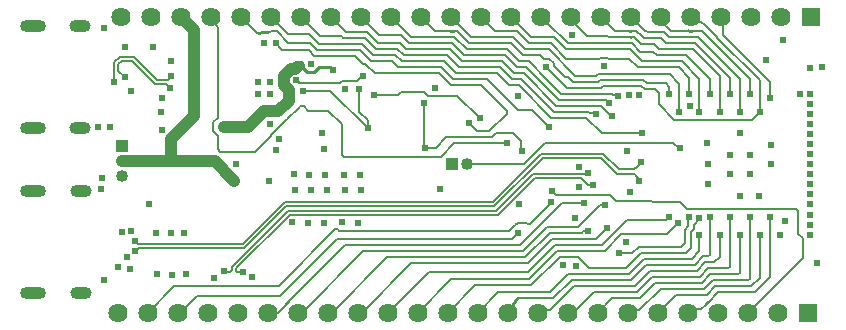
<source format=gbl>
G04*
G04 #@! TF.GenerationSoftware,Altium Limited,Altium Designer,24.5.2 (23)*
G04*
G04 Layer_Physical_Order=4*
G04 Layer_Color=16711680*
%FSLAX25Y25*%
%MOIN*%
G70*
G04*
G04 #@! TF.SameCoordinates,906D8F54-8257-410E-A491-0C3AE59FFD44*
G04*
G04*
G04 #@! TF.FilePolarity,Positive*
G04*
G01*
G75*
%ADD11C,0.00600*%
G04:AMPARAMS|DCode=54|XSize=39.37mil|YSize=86.61mil|CornerRadius=19.68mil|HoleSize=0mil|Usage=FLASHONLY|Rotation=270.000|XOffset=0mil|YOffset=0mil|HoleType=Round|Shape=RoundedRectangle|*
%AMROUNDEDRECTD54*
21,1,0.03937,0.04724,0,0,270.0*
21,1,0.00000,0.08661,0,0,270.0*
1,1,0.03937,-0.02362,0.00000*
1,1,0.03937,-0.02362,0.00000*
1,1,0.03937,0.02362,0.00000*
1,1,0.03937,0.02362,0.00000*
%
%ADD54ROUNDEDRECTD54*%
G04:AMPARAMS|DCode=55|XSize=39.37mil|YSize=70.87mil|CornerRadius=19.68mil|HoleSize=0mil|Usage=FLASHONLY|Rotation=270.000|XOffset=0mil|YOffset=0mil|HoleType=Round|Shape=RoundedRectangle|*
%AMROUNDEDRECTD55*
21,1,0.03937,0.03150,0,0,270.0*
21,1,0.00000,0.07087,0,0,270.0*
1,1,0.03937,-0.01575,0.00000*
1,1,0.03937,-0.01575,0.00000*
1,1,0.03937,0.01575,0.00000*
1,1,0.03937,0.01575,0.00000*
%
%ADD55ROUNDEDRECTD55*%
%ADD62C,0.00603*%
%ADD65C,0.01001*%
%ADD66C,0.00623*%
%ADD68R,0.06400X0.06400*%
%ADD69C,0.06400*%
%ADD70R,0.04000X0.04000*%
%ADD71C,0.04000*%
%ADD72R,0.04000X0.04000*%
%ADD73C,0.02400*%
%ADD74C,0.04000*%
%ADD82C,0.01000*%
%ADD83C,0.01000*%
D11*
X194975Y65300D02*
X208300D01*
X189775Y70500D02*
X194975Y65300D01*
X197800Y44900D02*
X199800Y42900D01*
X179879Y44900D02*
X197800D01*
X167100Y73100D02*
X171900D01*
X145514Y83286D02*
X156914D01*
X167100Y73100D01*
X166082Y34700D02*
X166967Y35586D01*
X166082Y34700D02*
X166082D01*
X164282Y32900D02*
X166082Y34700D01*
X107482Y32900D02*
X164282D01*
X106227Y33327D02*
X107055D01*
X107482Y32900D01*
X87400Y14500D02*
X106227Y33327D01*
X208947Y83200D02*
X210147Y82000D01*
X194553Y83200D02*
X208947D01*
X193853Y82500D02*
X194553Y83200D01*
X194682Y80500D02*
X195382Y81200D01*
X208118D02*
X209318Y80000D01*
X195382Y81200D02*
X208118D01*
X176500Y87500D02*
X183500Y80500D01*
X194682D01*
X183718Y84100D02*
X185318Y82500D01*
X182728Y84100D02*
X183718D01*
X179200Y87628D02*
X182728Y84100D01*
X185318Y82500D02*
X193853D01*
X223300Y40200D02*
X252166D01*
X252266Y40100D02*
X259700D01*
X252166Y40200D02*
X252266Y40100D01*
X259700D02*
X260436Y39364D01*
X221000Y42500D02*
X223300Y40200D01*
X86500Y95221D02*
X87318Y94403D01*
X86500Y95221D02*
Y95600D01*
X87318Y94207D02*
Y94403D01*
Y94207D02*
X88525Y93000D01*
X97415D01*
X112777Y91223D02*
X115500Y88500D01*
X99192Y91223D02*
X112777D01*
X97415Y93000D02*
X99192Y91223D01*
X114364Y93223D02*
X118086Y89500D01*
X100021Y93223D02*
X114364D01*
X97743Y95500D02*
X100021Y93223D01*
X115192Y95223D02*
X118915Y91500D01*
X100849Y95223D02*
X115192D01*
X97572Y98500D02*
X100849Y95223D01*
X116021Y97223D02*
X119743Y93500D01*
X108372Y97700D02*
X108849Y97223D01*
X94900Y104000D02*
X101200Y97700D01*
X108849Y97223D02*
X116021D01*
X101200Y97700D02*
X108372D01*
X108481Y82801D02*
X113422D01*
X107881Y82200D02*
X108481Y82801D01*
X113422D02*
X115121Y84500D01*
X94000Y82379D02*
X94178Y82200D01*
X93379Y83000D02*
X94000Y82379D01*
X93000Y83000D02*
X93379D01*
X94178Y82200D02*
X107881D01*
X194500Y41500D02*
X196000D01*
X176858Y34200D02*
X187200D01*
X194500Y41500D01*
X251043Y77043D02*
Y82543D01*
X251000Y77000D02*
X251043Y77043D01*
X235523Y98063D02*
X251043Y82543D01*
X235523Y98063D02*
Y103377D01*
X220621Y60500D02*
X221000D01*
X218921Y62200D02*
X220621Y60500D01*
X176228Y62200D02*
X218921D01*
X169028Y55000D02*
X176228Y62200D01*
X150000Y55000D02*
X169028D01*
X222645Y33130D02*
X223818Y34303D01*
Y37318D02*
X224000Y37500D01*
X223818Y34303D02*
Y37318D01*
X227500Y36621D02*
Y37000D01*
X225818Y34939D02*
X227500Y36621D01*
X225818Y33475D02*
Y34939D01*
X224645Y32302D02*
X225818Y33475D01*
X222645Y28759D02*
Y33130D01*
X221414Y27528D02*
X222645Y28759D01*
X207443Y27528D02*
X221414D01*
X205215Y25300D02*
X207443Y27528D01*
X200800Y25300D02*
X205215D01*
X196100Y26200D02*
X201600Y31700D01*
X216700D01*
X220500Y35500D01*
X223058Y25528D02*
X224645Y27115D01*
Y32302D01*
X169914Y35586D02*
X170336Y35164D01*
X166967Y35586D02*
X169914D01*
X170336Y35164D02*
X171164D01*
X178000Y42000D01*
Y42500D01*
X65500Y66050D02*
X67000Y64550D01*
Y59950D02*
Y64550D01*
X64900Y102814D02*
Y104000D01*
X67000Y70450D02*
Y100714D01*
Y59950D02*
X67950Y59000D01*
X65500Y68950D02*
X67000Y70450D01*
X64900Y102814D02*
X67000Y100714D01*
X65500Y66050D02*
Y68950D01*
X67950Y59000D02*
X79500D01*
X84800Y64300D01*
Y64618D02*
X90182Y70000D01*
X94000Y73818D02*
X94517Y74336D01*
X95664D02*
X97091Y72909D01*
X90182Y70000D02*
X94000Y73818D01*
X84800Y64300D02*
Y64618D01*
X94517Y74336D02*
X95664D01*
X86766Y99305D02*
X90572Y95500D01*
X97743D01*
X84900Y104000D02*
X90400Y98500D01*
X97572D01*
X83743Y98969D02*
X85862Y99294D01*
X86014Y99305D02*
X86766D01*
X85862Y99294D02*
X86014Y99305D01*
X199800Y42900D02*
X211618D01*
X212018Y42500D01*
X178400Y46000D02*
X178779D01*
X179879Y44900D01*
X167830Y28000D02*
X181930Y42100D01*
X189200D01*
X190332Y32632D02*
X190600Y32900D01*
X177686Y32200D02*
X188428D01*
X188860Y32632D02*
X190332D01*
X188428Y32200D02*
X188860Y32632D01*
X196700Y33700D02*
X196800D01*
X193200Y30200D02*
X196700Y33700D01*
X212018Y42500D02*
X221000D01*
X192932Y71968D02*
X193200Y71700D01*
X191135Y71968D02*
X192932D01*
X190603Y72500D02*
X191135Y71968D01*
X179000Y72500D02*
X190603D01*
X200032Y78068D02*
X200300Y77800D01*
X198951Y78068D02*
X200032D01*
X181496Y78500D02*
X198518D01*
X198951Y78068D01*
X168200Y83300D02*
X179000Y72500D01*
X196321Y76500D02*
X197221Y75600D01*
X197600D01*
X180657Y76500D02*
X196321D01*
X168100Y59986D02*
X168686Y59400D01*
X168100Y59986D02*
Y62800D01*
X165600Y65300D02*
X168100Y62800D01*
X163500Y62000D02*
X163600Y62100D01*
X145879Y62000D02*
X163500D01*
X87900Y11000D02*
X106900Y30000D01*
X165200D01*
X60000Y11000D02*
X87900D01*
X52600Y14500D02*
X87400D01*
X43700Y5600D02*
X52600Y14500D01*
X54600Y5600D02*
X60000Y11000D01*
X83700Y5600D02*
X87100D01*
X90006Y8506D01*
X90794Y9294D02*
X109500Y28000D01*
X167830D01*
X143239Y64000D02*
X158374D01*
X139739Y60500D02*
X143239Y64000D01*
X158374D02*
X159674Y65300D01*
X135900Y60500D02*
Y75400D01*
X136100Y60500D02*
X139739D01*
X153400Y66000D02*
X157546D01*
X150700Y68700D02*
X153400Y66000D01*
X157546D02*
X163444Y71899D01*
X137243Y77875D02*
X146925D01*
X154400Y70400D01*
X159674Y65300D02*
X165600D01*
X260436Y31868D02*
Y39364D01*
Y31868D02*
X262000Y30304D01*
Y23900D02*
Y30304D01*
X243700Y5600D02*
X262000Y23900D01*
X165200Y30000D02*
X167200Y32000D01*
X135918Y79200D02*
X137243Y77875D01*
X128099Y79200D02*
X135918D01*
X127099Y78200D02*
X128099Y79200D01*
X119100Y78200D02*
X127099D01*
X163444Y71899D02*
Y72727D01*
X140672Y85300D02*
X144686Y81286D01*
X154886D02*
X163444Y72727D01*
X144686Y81286D02*
X154886D01*
X119458Y85300D02*
X140672D01*
X104500Y79500D02*
X116999Y67001D01*
X114200Y72500D02*
Y80100D01*
X116999Y67001D02*
Y69701D01*
Y67001D02*
X117000Y67000D01*
X114200Y72500D02*
X116999Y69701D01*
X174900Y104000D02*
X175183Y102700D01*
X176932Y102200D02*
X183832Y95300D01*
X175183Y102700D02*
X175683Y102200D01*
X176932D01*
X183832Y95300D02*
X205115D01*
X189818Y98082D02*
X190096Y97804D01*
X190489Y97790D02*
X204078Y97303D01*
X190096Y97804D02*
X190489Y97790D01*
X184900Y103000D02*
X189818Y98082D01*
X184900Y103000D02*
Y104000D01*
X204096Y97300D02*
X204872D01*
X204078Y97303D02*
X204096Y97300D01*
X205943D02*
X206236Y97007D01*
X208243Y95000D01*
X204928Y97300D02*
X205943D01*
X171600Y97300D02*
X179004D01*
X183004Y93300D02*
X196971D01*
X179004Y97300D02*
X183004Y93300D01*
X178175Y95300D02*
X183275Y90200D01*
X196918Y90600D02*
X197318Y90200D01*
X194282D02*
X194682Y90600D01*
X204272Y90200D02*
X207172Y87300D01*
X183275Y90200D02*
X194282D01*
X197318D02*
X204272D01*
X194682Y90600D02*
X196918D01*
X170772Y95300D02*
X178175D01*
X204286Y93300D02*
X208286Y89300D01*
X196972Y93300D02*
X204286D01*
X208286Y89300D02*
X221700D01*
X227614Y83386D01*
X207915Y92500D02*
X212172D01*
X213372Y91300D01*
X223200D02*
X230965Y83535D01*
X205115Y95300D02*
X207915Y92500D01*
X213372Y91300D02*
X223200D01*
X217635Y85200D02*
X220921Y81914D01*
X193725Y85200D02*
X217635D01*
X193025Y84500D02*
X193725Y85200D01*
X186147Y84500D02*
X193025D01*
X177347Y93300D02*
X186147Y84500D01*
X210147Y82000D02*
X216493D01*
X194828Y74500D02*
X198228Y71100D01*
X198300D01*
X179828Y74500D02*
X194828D01*
X169857Y87300D02*
X180657Y76500D01*
X178172Y70500D02*
X189775D01*
X171900Y73100D02*
X177600Y67400D01*
X220921Y72500D02*
Y81914D01*
X212743Y80000D02*
X214000Y78743D01*
X209318Y80000D02*
X212743D01*
X176796Y83200D02*
X181496Y78500D01*
X169028Y85300D02*
X179828Y74500D01*
X167372Y81300D02*
X178172Y70500D01*
X216493Y82000D02*
X217579Y80914D01*
X214000Y75000D02*
Y78743D01*
X217579Y78543D02*
Y80914D01*
X165500Y97286D02*
X169486Y93300D01*
X177347D01*
X179200Y87628D02*
Y88618D01*
X177618Y90200D02*
X179200Y88618D01*
X175628Y90200D02*
X177618D01*
X174528Y91300D02*
X175628Y90200D01*
X168657Y91300D02*
X174528D01*
X176785Y83200D02*
X176796D01*
X167486Y89300D02*
X170685D01*
X176785Y83200D01*
X166657Y87300D02*
X169857D01*
X165829Y85300D02*
X169028D01*
X164172Y81300D02*
X167372D01*
X165000Y83300D02*
X168200D01*
X161015Y87286D02*
X165000Y83300D01*
X147472Y87286D02*
X161015D01*
X164900Y104000D02*
X171600Y97300D01*
X166786Y99286D02*
X170772Y95300D01*
X164964Y94993D02*
X168657Y91300D01*
X204900Y104000D02*
X209402Y99498D01*
X217372Y97300D02*
X217786Y97300D01*
X227200D01*
X215672Y99000D02*
X217372Y97300D01*
X209595Y99305D02*
X210779Y99000D01*
X209402Y99498D02*
X209595Y99305D01*
X210779Y99000D02*
X215672D01*
X214900Y102600D02*
X217707Y99793D01*
X228500Y99500D02*
X228793Y99207D01*
X225262Y99314D02*
X227672Y99500D01*
X217707Y99793D02*
X218000Y99500D01*
X223544D01*
X227672D02*
X228500D01*
X228793Y99207D02*
X231523Y96477D01*
X225372Y93300D02*
X234307Y84364D01*
X214200Y93300D02*
X225372D01*
X234307Y72500D02*
Y84364D01*
X212500Y95000D02*
X214200Y93300D01*
X208243Y95000D02*
X212500D01*
X209072Y97000D02*
X214843D01*
X216543Y95300D02*
X226200D01*
X208072Y98000D02*
X209072Y97000D01*
X214843D02*
X216543Y95300D01*
X226200D02*
X237657Y83842D01*
X208072Y98000D02*
X208072D01*
X206913Y99159D02*
X208072Y98000D01*
X227200Y97300D02*
X241000Y83500D01*
X95500Y79500D02*
X104500D01*
X141379Y57500D02*
X145879Y62000D01*
X109086Y57500D02*
X141379D01*
X108500Y58086D02*
X109086Y57500D01*
X108500Y58086D02*
Y68318D01*
X103909Y72909D02*
X108500Y68318D01*
X97091Y72909D02*
X103909D01*
X115500Y88500D02*
X116258D01*
X119458Y85300D01*
X115121Y84500D02*
X115500D01*
X80198Y98702D02*
X80612Y98702D01*
X74900Y104000D02*
X80198Y98702D01*
X80620Y98702D02*
Y98702D01*
X118086Y89500D02*
X125000D01*
X127200Y87300D02*
X141500D01*
X125000Y89500D02*
X127200Y87300D01*
X141500D02*
X145514Y83286D01*
X126086Y91500D02*
X128286Y89300D01*
X142500D02*
X146514Y85286D01*
X118915Y91500D02*
X126086D01*
X128286Y89300D02*
X142500D01*
X146514Y85286D02*
X160186D01*
X164172Y81300D01*
X119743Y93500D02*
X126915D01*
X129115Y91300D01*
X143458D01*
X147472Y87286D01*
X131600Y97300D02*
X145943D01*
X124900Y104000D02*
X131600Y97300D01*
X128072Y98000D02*
X130772Y95300D01*
X145115D01*
X127743Y95500D02*
X129943Y93300D01*
X144286D01*
X148301Y89286D01*
X161843D01*
X165829Y85300D01*
X162671Y91286D02*
X166657Y87300D01*
X145115Y95300D02*
X149129Y91286D01*
X162671D01*
X145943Y97300D02*
X146236Y97007D01*
X149957Y93286D01*
X163500D02*
X163793Y92993D01*
X149957Y93286D02*
X163500D01*
X163793Y92993D02*
X167486Y89300D01*
X134900Y104000D02*
X139600Y99300D01*
X144900D01*
X146084Y99452D02*
X146206D01*
X146206D02*
X146620D01*
X150786Y95286D01*
X164672D02*
X164964Y94993D01*
X150786Y95286D02*
X164672D01*
X104900Y104000D02*
X109677Y99223D01*
X116849D02*
X120572Y95500D01*
X127743D01*
X109677Y99223D02*
X116849D01*
X120900Y98000D02*
X128072D01*
X114900Y104000D02*
X120900Y98000D01*
X233523Y97235D02*
Y97305D01*
X229528Y101300D02*
X233523Y97305D01*
X229458Y101300D02*
X229528D01*
X224900Y104000D02*
X226361D01*
X227755Y102606D02*
X228152D01*
X226361Y104000D02*
X227755Y102606D01*
X228152D02*
X229458Y101300D01*
X247693Y72500D02*
Y83065D01*
X233523Y97235D02*
X247693Y83065D01*
X214000Y75000D02*
X219200Y69800D01*
X244993D01*
X237657Y78543D02*
Y83842D01*
X241000Y72500D02*
Y83500D01*
X244350Y78543D02*
Y83579D01*
X231523Y96406D02*
Y96477D01*
Y96406D02*
X244350Y83579D01*
X244993Y69800D02*
X247693Y72500D01*
X178515Y30200D02*
X193200D01*
X53700Y5600D02*
X54600D01*
X93700D02*
X95100D01*
X115500Y26000D02*
X168658D01*
X95100Y5600D02*
X115500Y26000D01*
X168658D02*
X176858Y34200D01*
X105161Y5600D02*
X123561Y24000D01*
X169486D01*
X103700Y5600D02*
X105161D01*
X169486Y24000D02*
X177686Y32200D01*
X113700Y5600D02*
X115100D01*
X131500Y22000D02*
X170315D01*
X115100Y5600D02*
X131500Y22000D01*
X170315D02*
X178515Y30200D01*
X227618Y25964D02*
Y31457D01*
X225183Y23528D02*
X227618Y25964D01*
X209100Y23528D02*
X225183D01*
X228783Y24300D02*
X230383D01*
X209928Y21528D02*
X226011D01*
X228783Y24300D01*
X230968Y24886D02*
Y37500D01*
X230383Y24300D02*
X230968Y24886D01*
X211072Y19528D02*
X226839D01*
X229611Y22300D01*
X234311Y24111D02*
Y31457D01*
X232500Y22300D02*
X234311Y24111D01*
X229611Y22300D02*
X232500D01*
X211900Y17528D02*
X227668D01*
X237661Y20886D02*
Y37500D01*
X227668Y17528D02*
X230439Y20300D01*
X237076D02*
X237661Y20886D01*
X230439Y20300D02*
X237076D01*
X231268Y18300D02*
X240418D01*
X212680Y15480D02*
X228448D01*
X240418Y18300D02*
X241004Y18886D01*
X228448Y15480D02*
X231268Y18300D01*
X241004Y18886D02*
Y31457D01*
X232096Y16300D02*
X243769D01*
X214680Y13480D02*
X229276D01*
X232096Y16300D01*
X244354Y16886D02*
Y37500D01*
X243769Y16300D02*
X244354Y16886D01*
X244800Y14300D02*
X247697Y17197D01*
X230104Y11480D02*
X232925Y14300D01*
X247697Y17197D02*
Y31457D01*
X232925Y14300D02*
X244800D01*
X219730Y11480D02*
X230104D01*
X233753Y12300D02*
X246061D01*
X230377Y8923D02*
X233753Y12300D01*
X246061D02*
X251047Y17286D01*
X228233Y6633D02*
X229755Y8155D01*
X224733Y6633D02*
X228233D01*
X251047Y17286D02*
Y37500D01*
X217297D02*
X217583D01*
X203600Y36500D02*
X216297D01*
X202400Y35300D02*
X203600Y36500D01*
X216297D02*
X217297Y37500D01*
X179343Y28200D02*
X195272D01*
X137314Y19214D02*
X170357D01*
X202372Y35300D02*
X202400D01*
X170357Y19214D02*
X179343Y28200D01*
X195272D02*
X202372Y35300D01*
X180172Y26200D02*
X196100D01*
X144800Y16700D02*
X170672D01*
X180172Y26200D01*
X152800Y14700D02*
X171500D01*
X181000Y24200D02*
X187218D01*
X171500Y14700D02*
X181000Y24200D01*
X187218D02*
X190918Y20500D01*
X203243D02*
X208272Y25528D01*
X190918Y20500D02*
X203243D01*
X208272Y25528D02*
X223058D01*
X123700Y5600D02*
X137314Y19214D01*
X133700Y5600D02*
X144800Y16700D01*
X143700Y5600D02*
X152800Y14700D01*
X153700Y5600D02*
X160500Y12400D01*
X177800D01*
X183900Y18500D02*
X204072D01*
X177800Y12400D02*
X183900Y18500D01*
X204072D02*
X209100Y23528D01*
X178872Y10400D02*
X184972Y16500D01*
X167115Y10400D02*
X178872D01*
X204900Y16500D02*
X209928Y21528D01*
X184972Y16500D02*
X204900D01*
X185800Y14500D02*
X206043D01*
X174423Y6323D02*
X177623D01*
X185800Y14500D01*
X173700Y5600D02*
X174423Y6323D01*
X206043Y14500D02*
X211072Y19528D01*
X192600Y12500D02*
X206872D01*
X183700Y5600D02*
X184733Y6633D01*
X186733D02*
X192600Y12500D01*
X184733Y6633D02*
X186733D01*
X206872Y12500D02*
X211900Y17528D01*
X223700Y5600D02*
X224733Y6633D01*
X193700Y5600D02*
X198600Y10500D01*
X207700D01*
X212680Y15480D01*
X207573Y6373D02*
X214680Y13480D01*
X203700Y5600D02*
X204473Y6373D01*
X207573D01*
X218715Y10465D02*
X219730Y11480D01*
X218324Y10224D02*
X218491Y10391D01*
X218715Y10465D01*
X213700Y5600D02*
X218324Y10224D01*
X213700Y5600D02*
X213700D01*
X230965Y78543D02*
Y83535D01*
X227614Y72500D02*
Y83386D01*
X224272Y78543D02*
Y83728D01*
X220700Y87300D02*
X224272Y83728D01*
X207172Y87300D02*
X220700D01*
X144900Y104000D02*
X151614Y97286D01*
X165500D01*
X159614Y99286D02*
X166786D01*
X154900Y104000D02*
X159614Y99286D01*
X196971Y93300D02*
X196972Y93300D01*
X199107Y99793D02*
X199400Y99500D01*
X202063D02*
X204548Y99313D01*
X194900Y104000D02*
X199107Y99793D01*
X204925Y99300D02*
X205938Y99305D01*
X206766D01*
X199400Y99500D02*
X202063D01*
X206766Y99305D02*
X206913Y99159D01*
X214900Y102600D02*
Y104000D01*
X234900D02*
X235523Y103377D01*
D54*
X5572Y46108D02*
D03*
Y12092D02*
D03*
X5500Y101000D02*
D03*
Y66984D02*
D03*
D55*
X21320Y46108D02*
D03*
Y12092D02*
D03*
X21248Y101000D02*
D03*
Y66984D02*
D03*
D62*
X75344Y28451D02*
X89309Y42416D01*
X75925Y27049D02*
X89890Y41013D01*
X40652Y27049D02*
X75925D01*
X40552Y28451D02*
X75344D01*
X39300Y29500D02*
X39503D01*
X40552Y28451D01*
X39603Y26000D02*
X40652Y27049D01*
X39400Y26000D02*
X39603D01*
X205944Y51900D02*
X206371Y51474D01*
Y51116D02*
Y51474D01*
X206800Y54159D02*
Y54214D01*
X205944Y53303D02*
X206800Y54159D01*
Y54214D02*
X208000Y55414D01*
Y55900D01*
X200100Y51900D02*
X205944D01*
X200681Y53303D02*
X205944D01*
X206371Y51116D02*
X207400Y50086D01*
Y49600D02*
Y50086D01*
X194903Y57097D02*
X200100Y51900D01*
X195484Y58500D02*
X200681Y53303D01*
X175374Y57097D02*
X194903D01*
X174793Y58500D02*
X195484D01*
X158697Y42404D02*
X174793Y58500D01*
X159278Y41001D02*
X175374Y57097D01*
X172645Y50400D02*
X188100D01*
X190300Y48200D02*
X192200D01*
X188100Y50400D02*
X190300Y48200D01*
X89890Y41013D02*
X123803D01*
X89309Y42416D02*
X124384D01*
X124396Y42404D01*
X158697D01*
X123803Y41013D02*
X123814Y41001D01*
X159278D01*
X190003Y51803D02*
X190300Y52100D01*
X172064Y51803D02*
X190003D01*
X160441Y38195D02*
X172645Y50400D01*
X159860Y39599D02*
X172064Y51803D01*
X91041Y38195D02*
X160441D01*
X90460Y39599D02*
X159860D01*
X73505Y19250D02*
X75550D01*
X73151Y19603D02*
X73505Y19250D01*
X73151Y20306D02*
X91041Y38195D01*
X73151Y19603D02*
Y20306D01*
X71749Y20888D02*
X90460Y39599D01*
X71749Y19753D02*
Y20888D01*
X71245Y19250D02*
X71749Y19753D01*
X75550Y19250D02*
X75600Y19200D01*
X69050Y19250D02*
X71245D01*
X69000Y19300D02*
X69050Y19250D01*
D65*
X105314Y86500D02*
X105600D01*
X100819Y87500D02*
X104314D01*
X99119Y85799D02*
X100819Y87500D01*
X104314D02*
X105314Y86500D01*
X94000Y89002D02*
X94713D01*
X93569Y87431D02*
X94000D01*
X95250D01*
X95300Y87381D02*
Y88415D01*
X94713Y89002D02*
X95300Y88415D01*
X93500Y87500D02*
X93569Y87431D01*
X95250D02*
X96881Y85799D01*
X99119D01*
X94000Y88000D02*
X94713D01*
D66*
X38558Y89500D02*
X46269Y81788D01*
X46859Y83211D02*
X50286D01*
X51500Y84425D01*
Y84500D01*
X32500Y89012D02*
X34411Y90923D01*
X39147D01*
X51000Y80500D02*
Y80575D01*
X39147Y90923D02*
X46859Y83211D01*
X49786Y81788D02*
X51000Y80575D01*
X35000Y89500D02*
X38558D01*
X46269Y81788D02*
X49786D01*
X32500Y86077D02*
Y89012D01*
Y82600D02*
Y86077D01*
X33923Y88423D02*
X35000Y89500D01*
X33923Y86077D02*
Y88423D01*
Y86077D02*
X36000Y84000D01*
D68*
X263700Y5600D02*
D03*
X264900Y104000D02*
D03*
D69*
X253700Y5600D02*
D03*
X243700D02*
D03*
X233700D02*
D03*
X223700D02*
D03*
X213700D02*
D03*
X203700D02*
D03*
X193700D02*
D03*
X183700D02*
D03*
X173700D02*
D03*
X163700D02*
D03*
X153700D02*
D03*
X143700D02*
D03*
X133700D02*
D03*
X123700D02*
D03*
X113700D02*
D03*
X103700D02*
D03*
X93700D02*
D03*
X83700D02*
D03*
X73700D02*
D03*
X63700D02*
D03*
X53700D02*
D03*
X43700D02*
D03*
X33700D02*
D03*
X34900Y104000D02*
D03*
X44900D02*
D03*
X54900D02*
D03*
X64900D02*
D03*
X74900D02*
D03*
X84900D02*
D03*
X94900D02*
D03*
X104900D02*
D03*
X114900D02*
D03*
X124900D02*
D03*
X134900D02*
D03*
X144900D02*
D03*
X154900D02*
D03*
X164900D02*
D03*
X174900D02*
D03*
X184900D02*
D03*
X194900D02*
D03*
X204900D02*
D03*
X214900D02*
D03*
X224900D02*
D03*
X234900D02*
D03*
X244900D02*
D03*
X254900D02*
D03*
D70*
X35000Y61000D02*
D03*
D71*
Y56000D02*
D03*
Y51000D02*
D03*
X150000Y55000D02*
D03*
D72*
X145000D02*
D03*
D73*
X28500Y50300D02*
D03*
X28100Y46800D02*
D03*
X167000Y77800D02*
D03*
X224300Y74500D02*
D03*
X207500Y78000D02*
D03*
X200300Y77800D02*
D03*
X204100Y78200D02*
D03*
X86500Y95600D02*
D03*
X82600Y95500D02*
D03*
X84000Y49400D02*
D03*
X101700Y65500D02*
D03*
X102300Y60000D02*
D03*
X86600Y59700D02*
D03*
X44200Y41900D02*
D03*
X98000Y88500D02*
D03*
X105600Y86500D02*
D03*
X255500Y96500D02*
D03*
X196000Y41500D02*
D03*
X196800Y33700D02*
D03*
X189200Y42100D02*
D03*
X251000Y77000D02*
D03*
X186000Y37000D02*
D03*
X221000Y60500D02*
D03*
X224000Y37500D02*
D03*
X227500Y37000D02*
D03*
X220500Y35500D02*
D03*
X203000Y29000D02*
D03*
X178000Y42500D02*
D03*
X256000Y36000D02*
D03*
X69000Y67500D02*
D03*
X84500Y68500D02*
D03*
X51500Y84500D02*
D03*
X51000Y80500D02*
D03*
X48000Y72500D02*
D03*
X48500Y66500D02*
D03*
X72500Y49500D02*
D03*
X29000Y100500D02*
D03*
X45500Y94000D02*
D03*
X31000Y67500D02*
D03*
X27000D02*
D03*
X48500Y77000D02*
D03*
X38000Y79500D02*
D03*
X36000Y94000D02*
D03*
Y84000D02*
D03*
X32500Y82600D02*
D03*
X35000Y32500D02*
D03*
X39300Y29500D02*
D03*
X39400Y26000D02*
D03*
X33900Y20900D02*
D03*
X141200Y46800D02*
D03*
X204600Y45800D02*
D03*
X203300Y59500D02*
D03*
X208000Y55900D02*
D03*
X207400Y49600D02*
D03*
X190600Y32900D02*
D03*
X208300Y65300D02*
D03*
X187500Y54200D02*
D03*
X178400Y46000D02*
D03*
X193200Y71700D02*
D03*
X198300Y71100D02*
D03*
X187600Y47600D02*
D03*
X197600Y75600D02*
D03*
X38200Y32700D02*
D03*
X37700Y20200D02*
D03*
X36700Y24000D02*
D03*
X65900Y17200D02*
D03*
X78300Y17300D02*
D03*
X190300Y52100D02*
D03*
X192200Y48200D02*
D03*
X69000Y19300D02*
D03*
X75600Y19200D02*
D03*
X168600Y59400D02*
D03*
X163600Y62100D02*
D03*
X29200Y16300D02*
D03*
X56400Y18300D02*
D03*
X51900Y18200D02*
D03*
X46800Y18300D02*
D03*
X46300Y32000D02*
D03*
X55900D02*
D03*
X51300Y32100D02*
D03*
X92400Y51700D02*
D03*
X97500Y51500D02*
D03*
X102800D02*
D03*
X109000Y51600D02*
D03*
X114300Y51500D02*
D03*
X92900Y46500D02*
D03*
X98000Y46300D02*
D03*
X103300D02*
D03*
X109500Y46400D02*
D03*
X114800Y46300D02*
D03*
X113800Y35600D02*
D03*
X108500Y35700D02*
D03*
X102300Y35600D02*
D03*
X97000D02*
D03*
X91900Y35800D02*
D03*
X150700Y68700D02*
D03*
X154400Y70400D02*
D03*
X167200Y32000D02*
D03*
X167400Y41900D02*
D03*
X136100Y60500D02*
D03*
X135900Y75400D02*
D03*
X119100Y78200D02*
D03*
X114200Y80100D02*
D03*
X109500Y80000D02*
D03*
X185200Y98000D02*
D03*
X195800Y87900D02*
D03*
X177600Y67400D02*
D03*
X176500Y87500D02*
D03*
X268581Y87339D02*
D03*
X264500Y87000D02*
D03*
X117000Y67000D02*
D03*
X95500Y79500D02*
D03*
X93000Y83000D02*
D03*
X115500Y84500D02*
D03*
X93500Y87500D02*
D03*
X80500Y78500D02*
D03*
X84500D02*
D03*
Y82500D02*
D03*
X80500D02*
D03*
X51500Y89500D02*
D03*
X87500Y63500D02*
D03*
X73000Y55000D02*
D03*
X139575Y80575D02*
D03*
X182200Y21300D02*
D03*
X186400Y21200D02*
D03*
X200800Y25300D02*
D03*
X266800Y22100D02*
D03*
X249800Y89800D02*
D03*
X237800Y58200D02*
D03*
Y51800D02*
D03*
X244300Y51700D02*
D03*
Y58200D02*
D03*
X241004Y65500D02*
D03*
X251504Y61496D02*
D03*
Y55000D02*
D03*
X247500Y44500D02*
D03*
X241004D02*
D03*
X230504Y48504D02*
D03*
Y55000D02*
D03*
X230000Y62000D02*
D03*
X261083Y78543D02*
D03*
X264547Y78425D02*
D03*
Y75079D02*
D03*
Y71732D02*
D03*
Y68386D02*
D03*
Y65039D02*
D03*
Y61693D02*
D03*
Y58346D02*
D03*
Y55000D02*
D03*
Y51653D02*
D03*
Y48307D02*
D03*
Y44961D02*
D03*
Y41614D02*
D03*
Y38268D02*
D03*
Y34921D02*
D03*
Y31575D02*
D03*
X247693Y72500D02*
D03*
X254390Y31457D02*
D03*
X217579Y78543D02*
D03*
X217583Y37500D02*
D03*
X247697Y31457D02*
D03*
X251047Y37500D02*
D03*
X241004Y31457D02*
D03*
X244354Y37500D02*
D03*
X234311Y31457D02*
D03*
X237661Y37500D02*
D03*
X227618Y31457D02*
D03*
X230968Y37500D02*
D03*
X224272Y78543D02*
D03*
X220921Y72500D02*
D03*
X230965Y78543D02*
D03*
X227614Y72500D02*
D03*
X237657Y78543D02*
D03*
X234307Y72500D02*
D03*
X241000D02*
D03*
X244350Y78543D02*
D03*
D74*
X51500Y63560D02*
X59000Y71060D01*
Y99900D01*
X54900Y104000D02*
X59000Y99900D01*
X79626Y70000D02*
X82326Y72700D01*
X77126Y67500D02*
X79626Y70000D01*
X69000Y67500D02*
X77126D01*
X89200Y84574D02*
X91426Y86800D01*
X92800D02*
X93500Y87500D01*
X91426Y86800D02*
X92800D01*
X87200Y72700D02*
X90699Y76200D01*
X82326Y72700D02*
X87200D01*
X89200Y81426D02*
X90699Y79927D01*
X89200Y81426D02*
Y84574D01*
X90699Y76200D02*
Y79927D01*
X51500Y56000D02*
Y63560D01*
Y56000D02*
X66000D01*
X35000D02*
X51500D01*
X66000D02*
X72500Y49500D01*
D82*
X90794Y9294D02*
G03*
X90006Y8506I2906J-3694D01*
G01*
X204872Y97300D02*
G03*
X204928Y97300I28J6700D01*
G01*
X223544Y99500D02*
G03*
X225262Y99314I1357J4500D01*
G01*
X80612Y98702D02*
G03*
X80620Y98702I0J1000D01*
G01*
Y98702D02*
G03*
X83743Y98969I-419J23347D01*
G01*
X144900Y99300D02*
G03*
X146084Y99452I0J4700D01*
G01*
X230377Y8923D02*
G03*
X229755Y8155I3323J-3323D01*
G01*
X167115Y10400D02*
G03*
X163700Y5600I13498J-13217D01*
G01*
X204548Y99313D02*
G03*
X204925Y99300I352J4687D01*
G01*
D83*
X146206Y99452D02*
D03*
X230377Y8923D02*
D03*
M02*

</source>
